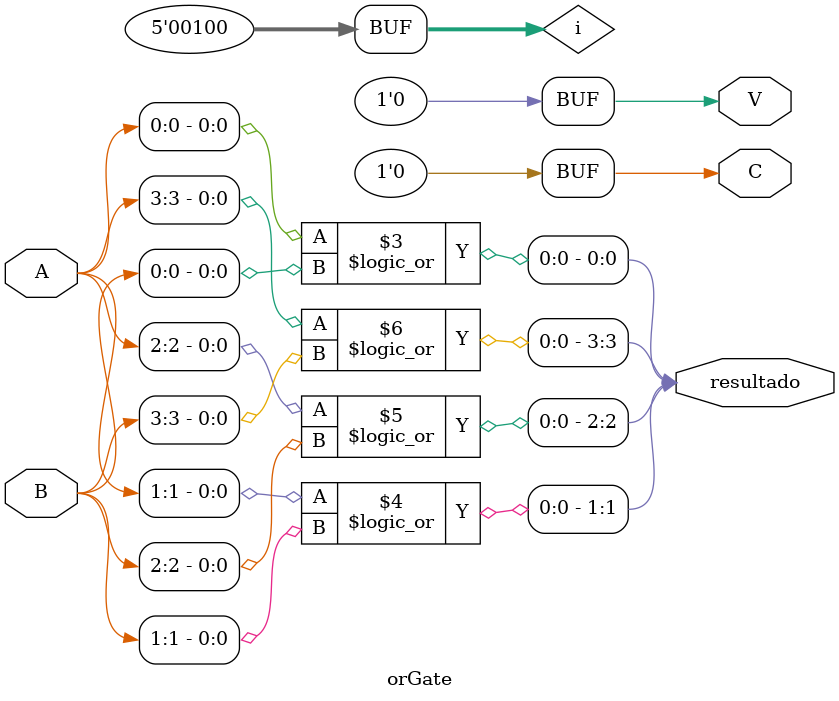
<source format=sv>
module orGate #(parameter N = 4) (input logic[N-1:0] A, B, output logic [N-1:0] resultado, output bit V, C);
	
	assign V = 0;
	assign C = 0;
	reg [N:0] i;
	
	always_comb  begin
		for(i = 0; i < N; i = i + 1) begin
			resultado[i] = A[i] || B[i];
		end
	end
endmodule 
</source>
